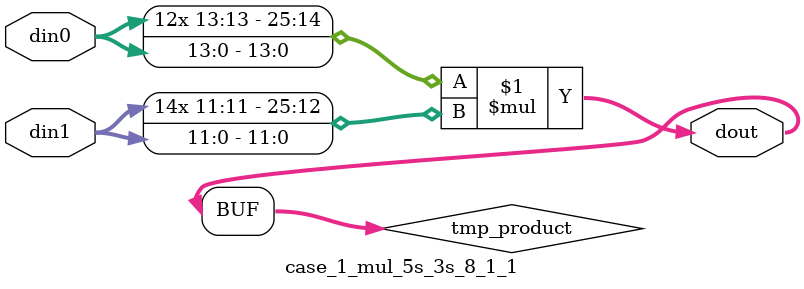
<source format=v>

`timescale 1 ns / 1 ps

 (* use_dsp = "no" *)  module case_1_mul_5s_3s_8_1_1(din0, din1, dout);
parameter ID = 1;
parameter NUM_STAGE = 0;
parameter din0_WIDTH = 14;
parameter din1_WIDTH = 12;
parameter dout_WIDTH = 26;

input [din0_WIDTH - 1 : 0] din0; 
input [din1_WIDTH - 1 : 0] din1; 
output [dout_WIDTH - 1 : 0] dout;

wire signed [dout_WIDTH - 1 : 0] tmp_product;



























assign tmp_product = $signed(din0) * $signed(din1);








assign dout = tmp_product;





















endmodule

</source>
